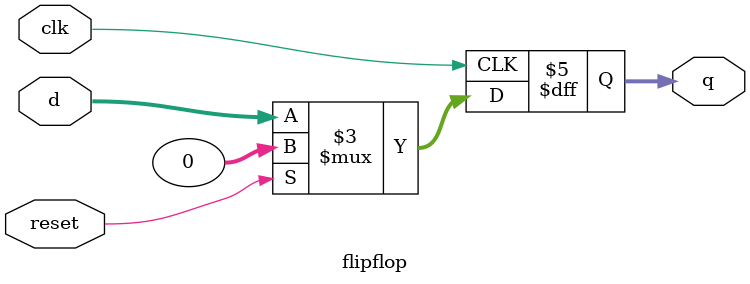
<source format=v>
module flipflop #(parameter WIDTH=32)
    (output reg [ WIDTH-1:0] q,
        input [WIDTH-1:0] d,
        input clk,reset);
    always @(posedge clk )
        if(reset)
            q<=0;
        else
            q<=d;
        endmodule

</source>
